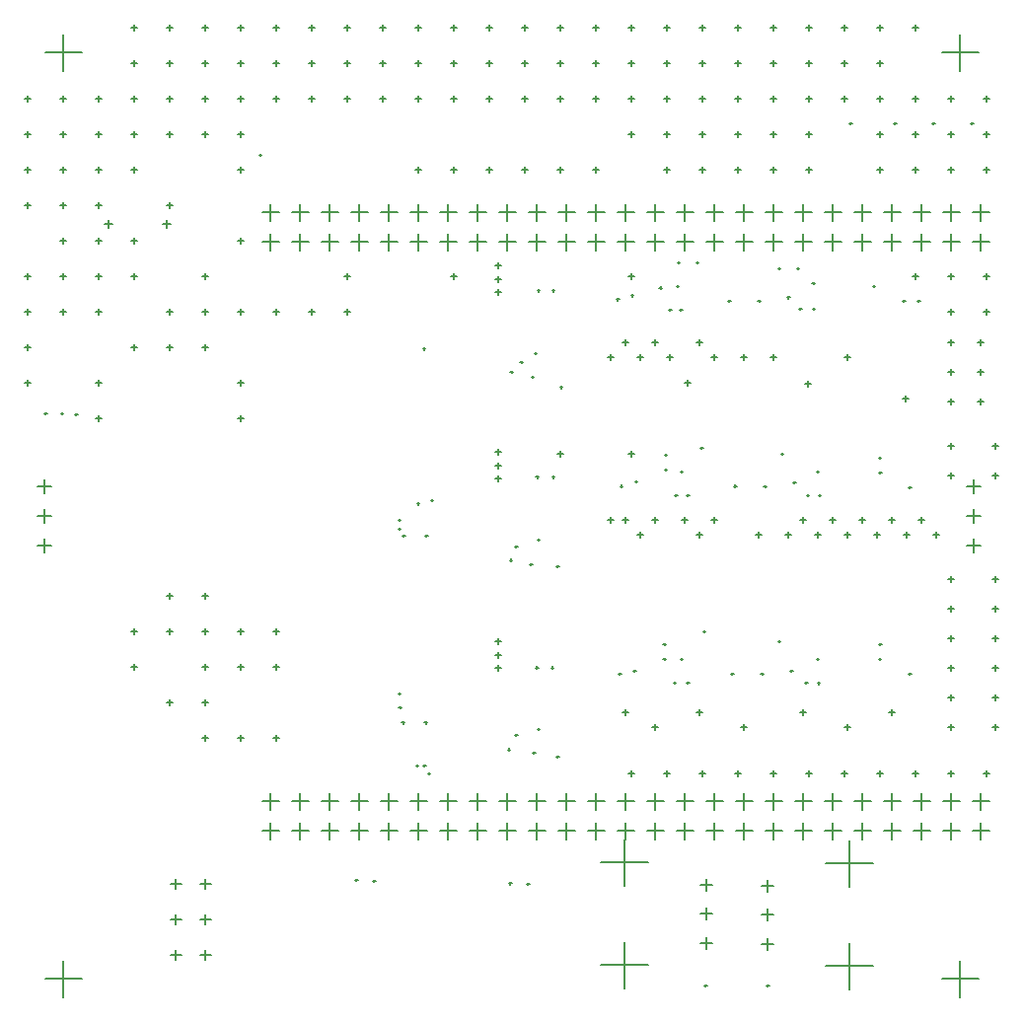
<source format=gbr>
G04*
G04 #@! TF.GenerationSoftware,Altium Limited,Altium Designer,23.6.0 (18)*
G04*
G04 Layer_Color=128*
%FSLAX25Y25*%
%MOIN*%
G70*
G04*
G04 #@! TF.SameCoordinates,4C77A988-F8BE-4A75-A6A8-83DB4AFB9164*
G04*
G04*
G04 #@! TF.FilePolarity,Positive*
G04*
G01*
G75*
%ADD16C,0.00500*%
D16*
X305138Y166500D02*
X309862D01*
X307500Y164138D02*
Y168862D01*
X305138Y156500D02*
X309862D01*
X307500Y154138D02*
Y158862D01*
X305138Y146500D02*
X309862D01*
X307500Y144138D02*
Y148862D01*
X-8862Y146500D02*
X-4138D01*
X-6500Y144138D02*
Y148862D01*
X-8862Y156500D02*
X-4138D01*
X-6500Y154138D02*
Y158862D01*
X-8862Y166500D02*
X-4138D01*
X-6500Y164138D02*
Y168862D01*
X36228Y8102D02*
X39772D01*
X38000Y6331D02*
Y9874D01*
X46228Y8102D02*
X49772D01*
X48000Y6331D02*
Y9874D01*
X36228Y32102D02*
X39772D01*
X38000Y30331D02*
Y33874D01*
X46228Y32102D02*
X49772D01*
X48000Y30331D02*
Y33874D01*
X36228Y20102D02*
X39772D01*
X38000Y18331D02*
Y21874D01*
X46228Y20102D02*
X49772D01*
X48000Y18331D02*
Y21874D01*
X13878Y255000D02*
X16437D01*
X15157Y253720D02*
Y256279D01*
X33563Y255000D02*
X36122D01*
X34843Y253720D02*
Y256279D01*
X235972Y11835D02*
X239909D01*
X237941Y9866D02*
Y13803D01*
X235972Y21677D02*
X239909D01*
X237941Y19709D02*
Y23646D01*
X235972Y31520D02*
X239909D01*
X237941Y29551D02*
Y33488D01*
X257626Y4354D02*
X273374D01*
X265500Y-3520D02*
Y12228D01*
X257626Y39000D02*
X273374D01*
X265500Y31126D02*
Y46874D01*
X215091Y31842D02*
X219028D01*
X217059Y29874D02*
Y33811D01*
X215091Y22000D02*
X219028D01*
X217059Y20031D02*
Y23968D01*
X215091Y12157D02*
X219028D01*
X217059Y10189D02*
Y14126D01*
X181626Y39323D02*
X197374D01*
X189500Y31449D02*
Y47197D01*
X181626Y4677D02*
X197374D01*
X189500Y-3197D02*
Y12551D01*
X296898Y0D02*
X309102D01*
X303000Y-6102D02*
Y6102D01*
X-6102Y0D02*
X6102D01*
X0Y-6102D02*
Y6102D01*
X296898Y313000D02*
X309102D01*
X303000Y306898D02*
Y319102D01*
X67250Y60000D02*
X72750D01*
X70000Y57250D02*
Y62750D01*
X67250Y50000D02*
X72750D01*
X70000Y47250D02*
Y52750D01*
X77250Y60000D02*
X82750D01*
X80000Y57250D02*
Y62750D01*
X77250Y50000D02*
X82750D01*
X80000Y47250D02*
Y52750D01*
X87250Y60000D02*
X92750D01*
X90000Y57250D02*
Y62750D01*
X87250Y50000D02*
X92750D01*
X90000Y47250D02*
Y52750D01*
X97250Y60000D02*
X102750D01*
X100000Y57250D02*
Y62750D01*
X97250Y50000D02*
X102750D01*
X100000Y47250D02*
Y52750D01*
X107250Y60000D02*
X112750D01*
X110000Y57250D02*
Y62750D01*
X107250Y50000D02*
X112750D01*
X110000Y47250D02*
Y52750D01*
X117250Y60000D02*
X122750D01*
X120000Y57250D02*
Y62750D01*
X117250Y50000D02*
X122750D01*
X120000Y47250D02*
Y52750D01*
X127250Y60000D02*
X132750D01*
X130000Y57250D02*
Y62750D01*
X127250Y50000D02*
X132750D01*
X130000Y47250D02*
Y52750D01*
X137250Y60000D02*
X142750D01*
X140000Y57250D02*
Y62750D01*
X137250Y50000D02*
X142750D01*
X140000Y47250D02*
Y52750D01*
X147250Y60000D02*
X152750D01*
X150000Y57250D02*
Y62750D01*
X147250Y50000D02*
X152750D01*
X150000Y47250D02*
Y52750D01*
X157250Y60000D02*
X162750D01*
X160000Y57250D02*
Y62750D01*
X157250Y50000D02*
X162750D01*
X160000Y47250D02*
Y52750D01*
X167250Y60000D02*
X172750D01*
X170000Y57250D02*
Y62750D01*
X167250Y50000D02*
X172750D01*
X170000Y47250D02*
Y52750D01*
X177250Y60000D02*
X182750D01*
X180000Y57250D02*
Y62750D01*
X177250Y50000D02*
X182750D01*
X180000Y47250D02*
Y52750D01*
X187250Y60000D02*
X192750D01*
X190000Y57250D02*
Y62750D01*
X187250Y50000D02*
X192750D01*
X190000Y47250D02*
Y52750D01*
X197250Y60000D02*
X202750D01*
X200000Y57250D02*
Y62750D01*
X197250Y50000D02*
X202750D01*
X200000Y47250D02*
Y52750D01*
X207250Y60000D02*
X212750D01*
X210000Y57250D02*
Y62750D01*
X207250Y50000D02*
X212750D01*
X210000Y47250D02*
Y52750D01*
X217250Y60000D02*
X222750D01*
X220000Y57250D02*
Y62750D01*
X217250Y50000D02*
X222750D01*
X220000Y47250D02*
Y52750D01*
X227250Y60000D02*
X232750D01*
X230000Y57250D02*
Y62750D01*
X227250Y50000D02*
X232750D01*
X230000Y47250D02*
Y52750D01*
X237250Y60000D02*
X242750D01*
X240000Y57250D02*
Y62750D01*
X237250Y50000D02*
X242750D01*
X240000Y47250D02*
Y52750D01*
X247250Y60000D02*
X252750D01*
X250000Y57250D02*
Y62750D01*
X247250Y50000D02*
X252750D01*
X250000Y47250D02*
Y52750D01*
X257250Y60000D02*
X262750D01*
X260000Y57250D02*
Y62750D01*
X257250Y50000D02*
X262750D01*
X260000Y47250D02*
Y52750D01*
X267250Y60000D02*
X272750D01*
X270000Y57250D02*
Y62750D01*
X267250Y50000D02*
X272750D01*
X270000Y47250D02*
Y52750D01*
X277250Y60000D02*
X282750D01*
X280000Y57250D02*
Y62750D01*
X277250Y50000D02*
X282750D01*
X280000Y47250D02*
Y52750D01*
X287250Y60000D02*
X292750D01*
X290000Y57250D02*
Y62750D01*
X287250Y50000D02*
X292750D01*
X290000Y47250D02*
Y52750D01*
X297250Y60000D02*
X302750D01*
X300000Y57250D02*
Y62750D01*
X297250Y50000D02*
X302750D01*
X300000Y47250D02*
Y52750D01*
X307250Y60000D02*
X312750D01*
X310000Y57250D02*
Y62750D01*
X307250Y50000D02*
X312750D01*
X310000Y47250D02*
Y52750D01*
X207250Y258968D02*
X212750D01*
X210000Y256219D02*
Y261719D01*
X187250Y248969D02*
X192750D01*
X190000Y246218D02*
Y251718D01*
X197250Y248969D02*
X202750D01*
X200000Y246218D02*
Y251718D01*
X237250Y258968D02*
X242750D01*
X240000Y256219D02*
Y261719D01*
X227250Y248969D02*
X232750D01*
X230000Y246218D02*
Y251718D01*
X207250Y248969D02*
X212750D01*
X210000Y246218D02*
Y251718D01*
X177250Y258968D02*
X182750D01*
X180000Y256219D02*
Y261719D01*
X237250Y248969D02*
X242750D01*
X240000Y246218D02*
Y251718D01*
X217250Y248969D02*
X222750D01*
X220000Y246218D02*
Y251718D01*
X247250Y248969D02*
X252750D01*
X250000Y246218D02*
Y251718D01*
X267250Y248969D02*
X272750D01*
X270000Y246218D02*
Y251718D01*
X277250Y258968D02*
X282750D01*
X280000Y256219D02*
Y261719D01*
X277250Y248969D02*
X282750D01*
X280000Y246218D02*
Y251718D01*
X287250Y258968D02*
X292750D01*
X290000Y256219D02*
Y261719D01*
X287250Y248969D02*
X292750D01*
X290000Y246218D02*
Y251718D01*
X297250Y258968D02*
X302750D01*
X300000Y256219D02*
Y261719D01*
X297250Y248969D02*
X302750D01*
X300000Y246218D02*
Y251718D01*
X307250Y248969D02*
X312750D01*
X310000Y246218D02*
Y251718D01*
X257250Y258968D02*
X262750D01*
X260000Y256219D02*
Y261719D01*
X247250Y258968D02*
X252750D01*
X250000Y256219D02*
Y261719D01*
X257250Y248969D02*
X262750D01*
X260000Y246218D02*
Y251718D01*
X267250Y258968D02*
X272750D01*
X270000Y256219D02*
Y261719D01*
X307250Y258968D02*
X312750D01*
X310000Y256219D02*
Y261719D01*
X167250Y258968D02*
X172750D01*
X170000Y256219D02*
Y261719D01*
X227250Y258968D02*
X232750D01*
X230000Y256219D02*
Y261719D01*
X217250Y258968D02*
X222750D01*
X220000Y256219D02*
Y261719D01*
X197250Y258968D02*
X202750D01*
X200000Y256219D02*
Y261719D01*
X187250Y258968D02*
X192750D01*
X190000Y256219D02*
Y261719D01*
X177250Y248969D02*
X182750D01*
X180000Y246218D02*
Y251718D01*
X167250Y248969D02*
X172750D01*
X170000Y246218D02*
Y251718D01*
X147250Y258968D02*
X152750D01*
X150000Y256219D02*
Y261719D01*
X157250Y248969D02*
X162750D01*
X160000Y246218D02*
Y251718D01*
X137250Y248969D02*
X142750D01*
X140000Y246218D02*
Y251718D01*
X157250Y258968D02*
X162750D01*
X160000Y256219D02*
Y261719D01*
X147250Y248969D02*
X152750D01*
X150000Y246218D02*
Y251718D01*
X137250Y258968D02*
X142750D01*
X140000Y256219D02*
Y261719D01*
X127250Y258968D02*
X132750D01*
X130000Y256219D02*
Y261719D01*
X67250Y258968D02*
X72750D01*
X70000Y256219D02*
Y261719D01*
X77250Y258968D02*
X82750D01*
X80000Y256219D02*
Y261719D01*
X87250Y258968D02*
X92750D01*
X90000Y256219D02*
Y261719D01*
X87250Y248969D02*
X92750D01*
X90000Y246218D02*
Y251718D01*
X97250Y258968D02*
X102750D01*
X100000Y256219D02*
Y261719D01*
X107250Y258968D02*
X112750D01*
X110000Y256219D02*
Y261719D01*
X107250Y248969D02*
X112750D01*
X110000Y246218D02*
Y251718D01*
X117250Y248969D02*
X122750D01*
X120000Y246218D02*
Y251718D01*
X97250Y248969D02*
X102750D01*
X100000Y246218D02*
Y251718D01*
X127250Y248969D02*
X132750D01*
X130000Y246218D02*
Y251718D01*
X77250Y248969D02*
X82750D01*
X80000Y246218D02*
Y251718D01*
X67250Y248969D02*
X72750D01*
X70000Y246218D02*
Y251718D01*
X117250Y258968D02*
X122750D01*
X120000Y256219D02*
Y261719D01*
X-6102Y313000D02*
X6102D01*
X0Y306898D02*
Y319102D01*
X184000Y155000D02*
X186000D01*
X185000Y154000D02*
Y156000D01*
X189000Y90000D02*
X191000D01*
X190000Y89000D02*
Y91000D01*
X199000Y85000D02*
X201000D01*
X200000Y84000D02*
Y86000D01*
X214000Y90000D02*
X216000D01*
X215000Y89000D02*
Y91000D01*
X229000Y85000D02*
X231000D01*
X230000Y84000D02*
Y86000D01*
X249000Y90000D02*
X251000D01*
X250000Y89000D02*
Y91000D01*
X264000Y85000D02*
X266000D01*
X265000Y84000D02*
Y86000D01*
X279000Y90000D02*
X281000D01*
X280000Y89000D02*
Y91000D01*
X299000Y85000D02*
X301000D01*
X300000Y84000D02*
Y86000D01*
X314000Y85000D02*
X316000D01*
X315000Y84000D02*
Y86000D01*
X299000Y95000D02*
X301000D01*
X300000Y94000D02*
Y96000D01*
X314000Y95000D02*
X316000D01*
X315000Y94000D02*
Y96000D01*
X314000Y105000D02*
X316000D01*
X315000Y104000D02*
Y106000D01*
X299000Y105000D02*
X301000D01*
X300000Y104000D02*
Y106000D01*
X299000Y115000D02*
X301000D01*
X300000Y114000D02*
Y116000D01*
X314000Y115000D02*
X316000D01*
X315000Y114000D02*
Y116000D01*
X314000Y125000D02*
X316000D01*
X315000Y124000D02*
Y126000D01*
X299000Y125000D02*
X301000D01*
X300000Y124000D02*
Y126000D01*
X299000Y135000D02*
X301000D01*
X300000Y134000D02*
Y136000D01*
X314000Y135000D02*
X316000D01*
X315000Y134000D02*
Y136000D01*
X294000Y150000D02*
X296000D01*
X295000Y149000D02*
Y151000D01*
X289000Y155000D02*
X291000D01*
X290000Y154000D02*
Y156000D01*
X249000Y155000D02*
X251000D01*
X250000Y154000D02*
Y156000D01*
X259000Y155000D02*
X261000D01*
X260000Y154000D02*
Y156000D01*
X269000Y155000D02*
X271000D01*
X270000Y154000D02*
Y156000D01*
X279000Y155000D02*
X281000D01*
X280000Y154000D02*
Y156000D01*
X284000Y150000D02*
X286000D01*
X285000Y149000D02*
Y151000D01*
X274000Y150000D02*
X276000D01*
X275000Y149000D02*
Y151000D01*
X264000Y150000D02*
X266000D01*
X265000Y149000D02*
Y151000D01*
X254000Y150000D02*
X256000D01*
X255000Y149000D02*
Y151000D01*
X244000Y150000D02*
X246000D01*
X245000Y149000D02*
Y151000D01*
X194000Y150000D02*
X196000D01*
X195000Y149000D02*
Y151000D01*
X214000Y150000D02*
X216000D01*
X215000Y149000D02*
Y151000D01*
X234000Y150000D02*
X236000D01*
X235000Y149000D02*
Y151000D01*
X219000Y155000D02*
X221000D01*
X220000Y154000D02*
Y156000D01*
X209000Y155000D02*
X211000D01*
X210000Y154000D02*
Y156000D01*
X199000Y155000D02*
X201000D01*
X200000Y154000D02*
Y156000D01*
X189000Y155000D02*
X191000D01*
X190000Y154000D02*
Y156000D01*
X314000Y180000D02*
X316000D01*
X315000Y179000D02*
Y181000D01*
X299000Y180000D02*
X301000D01*
X300000Y179000D02*
Y181000D01*
X299000Y170000D02*
X301000D01*
X300000Y169000D02*
Y171000D01*
X314000Y170000D02*
X316000D01*
X315000Y169000D02*
Y171000D01*
X214000Y215000D02*
X216000D01*
X215000Y214000D02*
Y216000D01*
X199000Y215000D02*
X201000D01*
X200000Y214000D02*
Y216000D01*
X189000Y215000D02*
X191000D01*
X190000Y214000D02*
Y216000D01*
X184000Y210000D02*
X186000D01*
X185000Y209000D02*
Y211000D01*
X194000Y210000D02*
X196000D01*
X195000Y209000D02*
Y211000D01*
X204000Y210000D02*
X206000D01*
X205000Y209000D02*
Y211000D01*
X219000Y210000D02*
X221000D01*
X220000Y209000D02*
Y211000D01*
X229000Y210000D02*
X231000D01*
X230000Y209000D02*
Y211000D01*
X239000Y210000D02*
X241000D01*
X240000Y209000D02*
Y211000D01*
X264000Y210000D02*
X266000D01*
X265000Y209000D02*
Y211000D01*
X309000Y195000D02*
X311000D01*
X310000Y194000D02*
Y196000D01*
X299000Y195000D02*
X301000D01*
X300000Y194000D02*
Y196000D01*
X299000Y205000D02*
X301000D01*
X300000Y204000D02*
Y206000D01*
X299000Y215000D02*
X301000D01*
X300000Y214000D02*
Y216000D01*
X309000Y205000D02*
X311000D01*
X310000Y204000D02*
Y206000D01*
X309000Y215000D02*
X311000D01*
X310000Y214000D02*
Y216000D01*
X311000Y297500D02*
X313000D01*
X312000Y296500D02*
Y298500D01*
X311000Y285500D02*
X313000D01*
X312000Y284500D02*
Y286500D01*
X311000Y273500D02*
X313000D01*
X312000Y272500D02*
Y274500D01*
X311000Y237500D02*
X313000D01*
X312000Y236500D02*
Y238500D01*
X311000Y225500D02*
X313000D01*
X312000Y224500D02*
Y226500D01*
X311000Y69500D02*
X313000D01*
X312000Y68500D02*
Y70500D01*
X299000Y297500D02*
X301000D01*
X300000Y296500D02*
Y298500D01*
X299000Y285500D02*
X301000D01*
X300000Y284500D02*
Y286500D01*
X299000Y273500D02*
X301000D01*
X300000Y272500D02*
Y274500D01*
X299000Y237500D02*
X301000D01*
X300000Y236500D02*
Y238500D01*
X299000Y225500D02*
X301000D01*
X300000Y224500D02*
Y226500D01*
X299000Y69500D02*
X301000D01*
X300000Y68500D02*
Y70500D01*
X287000Y321500D02*
X289000D01*
X288000Y320500D02*
Y322500D01*
X287000Y297500D02*
X289000D01*
X288000Y296500D02*
Y298500D01*
X287000Y285500D02*
X289000D01*
X288000Y284500D02*
Y286500D01*
X287000Y273500D02*
X289000D01*
X288000Y272500D02*
Y274500D01*
X287000Y237500D02*
X289000D01*
X288000Y236500D02*
Y238500D01*
X287000Y69500D02*
X289000D01*
X288000Y68500D02*
Y70500D01*
X275000Y321500D02*
X277000D01*
X276000Y320500D02*
Y322500D01*
X275000Y309500D02*
X277000D01*
X276000Y308500D02*
Y310500D01*
X275000Y297500D02*
X277000D01*
X276000Y296500D02*
Y298500D01*
X275000Y285500D02*
X277000D01*
X276000Y284500D02*
Y286500D01*
X275000Y273500D02*
X277000D01*
X276000Y272500D02*
Y274500D01*
X275000Y69500D02*
X277000D01*
X276000Y68500D02*
Y70500D01*
X263000Y321500D02*
X265000D01*
X264000Y320500D02*
Y322500D01*
X263000Y309500D02*
X265000D01*
X264000Y308500D02*
Y310500D01*
X263000Y297500D02*
X265000D01*
X264000Y296500D02*
Y298500D01*
X263000Y69500D02*
X265000D01*
X264000Y68500D02*
Y70500D01*
X251000Y321500D02*
X253000D01*
X252000Y320500D02*
Y322500D01*
X251000Y309500D02*
X253000D01*
X252000Y308500D02*
Y310500D01*
X251000Y297500D02*
X253000D01*
X252000Y296500D02*
Y298500D01*
X251000Y285500D02*
X253000D01*
X252000Y284500D02*
Y286500D01*
X251000Y273500D02*
X253000D01*
X252000Y272500D02*
Y274500D01*
X251000Y69500D02*
X253000D01*
X252000Y68500D02*
Y70500D01*
X239000Y321500D02*
X241000D01*
X240000Y320500D02*
Y322500D01*
X239000Y309500D02*
X241000D01*
X240000Y308500D02*
Y310500D01*
X239000Y297500D02*
X241000D01*
X240000Y296500D02*
Y298500D01*
X239000Y285500D02*
X241000D01*
X240000Y284500D02*
Y286500D01*
X239000Y273500D02*
X241000D01*
X240000Y272500D02*
Y274500D01*
X239000Y69500D02*
X241000D01*
X240000Y68500D02*
Y70500D01*
X227000Y321500D02*
X229000D01*
X228000Y320500D02*
Y322500D01*
X227000Y309500D02*
X229000D01*
X228000Y308500D02*
Y310500D01*
X227000Y297500D02*
X229000D01*
X228000Y296500D02*
Y298500D01*
X227000Y285500D02*
X229000D01*
X228000Y284500D02*
Y286500D01*
X227000Y273500D02*
X229000D01*
X228000Y272500D02*
Y274500D01*
X227000Y69500D02*
X229000D01*
X228000Y68500D02*
Y70500D01*
X215000Y321500D02*
X217000D01*
X216000Y320500D02*
Y322500D01*
X215000Y309500D02*
X217000D01*
X216000Y308500D02*
Y310500D01*
X215000Y297500D02*
X217000D01*
X216000Y296500D02*
Y298500D01*
X215000Y285500D02*
X217000D01*
X216000Y284500D02*
Y286500D01*
X215000Y273500D02*
X217000D01*
X216000Y272500D02*
Y274500D01*
X215000Y69500D02*
X217000D01*
X216000Y68500D02*
Y70500D01*
X203000Y321500D02*
X205000D01*
X204000Y320500D02*
Y322500D01*
X203000Y309500D02*
X205000D01*
X204000Y308500D02*
Y310500D01*
X203000Y297500D02*
X205000D01*
X204000Y296500D02*
Y298500D01*
X203000Y285500D02*
X205000D01*
X204000Y284500D02*
Y286500D01*
X203000Y273500D02*
X205000D01*
X204000Y272500D02*
Y274500D01*
X203000Y69500D02*
X205000D01*
X204000Y68500D02*
Y70500D01*
X191000Y321500D02*
X193000D01*
X192000Y320500D02*
Y322500D01*
X191000Y309500D02*
X193000D01*
X192000Y308500D02*
Y310500D01*
X191000Y297500D02*
X193000D01*
X192000Y296500D02*
Y298500D01*
X191000Y285500D02*
X193000D01*
X192000Y284500D02*
Y286500D01*
X191000Y237500D02*
X193000D01*
X192000Y236500D02*
Y238500D01*
X191000Y177500D02*
X193000D01*
X192000Y176500D02*
Y178500D01*
X191000Y69500D02*
X193000D01*
X192000Y68500D02*
Y70500D01*
X179000Y321500D02*
X181000D01*
X180000Y320500D02*
Y322500D01*
X179000Y309500D02*
X181000D01*
X180000Y308500D02*
Y310500D01*
X179000Y297500D02*
X181000D01*
X180000Y296500D02*
Y298500D01*
X179000Y273500D02*
X181000D01*
X180000Y272500D02*
Y274500D01*
X167000Y321500D02*
X169000D01*
X168000Y320500D02*
Y322500D01*
X167000Y309500D02*
X169000D01*
X168000Y308500D02*
Y310500D01*
X167000Y297500D02*
X169000D01*
X168000Y296500D02*
Y298500D01*
X167000Y273500D02*
X169000D01*
X168000Y272500D02*
Y274500D01*
X167000Y177500D02*
X169000D01*
X168000Y176500D02*
Y178500D01*
X155000Y321500D02*
X157000D01*
X156000Y320500D02*
Y322500D01*
X155000Y309500D02*
X157000D01*
X156000Y308500D02*
Y310500D01*
X155000Y297500D02*
X157000D01*
X156000Y296500D02*
Y298500D01*
X155000Y273500D02*
X157000D01*
X156000Y272500D02*
Y274500D01*
X143000Y321500D02*
X145000D01*
X144000Y320500D02*
Y322500D01*
X143000Y309500D02*
X145000D01*
X144000Y308500D02*
Y310500D01*
X143000Y297500D02*
X145000D01*
X144000Y296500D02*
Y298500D01*
X143000Y273500D02*
X145000D01*
X144000Y272500D02*
Y274500D01*
X131000Y321500D02*
X133000D01*
X132000Y320500D02*
Y322500D01*
X131000Y309500D02*
X133000D01*
X132000Y308500D02*
Y310500D01*
X131000Y297500D02*
X133000D01*
X132000Y296500D02*
Y298500D01*
X131000Y273500D02*
X133000D01*
X132000Y272500D02*
Y274500D01*
X131000Y237500D02*
X133000D01*
X132000Y236500D02*
Y238500D01*
X119000Y321500D02*
X121000D01*
X120000Y320500D02*
Y322500D01*
X119000Y309500D02*
X121000D01*
X120000Y308500D02*
Y310500D01*
X119000Y297500D02*
X121000D01*
X120000Y296500D02*
Y298500D01*
X119000Y273500D02*
X121000D01*
X120000Y272500D02*
Y274500D01*
X107000Y321500D02*
X109000D01*
X108000Y320500D02*
Y322500D01*
X107000Y309500D02*
X109000D01*
X108000Y308500D02*
Y310500D01*
X107000Y297500D02*
X109000D01*
X108000Y296500D02*
Y298500D01*
X95000Y321500D02*
X97000D01*
X96000Y320500D02*
Y322500D01*
X95000Y309500D02*
X97000D01*
X96000Y308500D02*
Y310500D01*
X95000Y297500D02*
X97000D01*
X96000Y296500D02*
Y298500D01*
X95000Y237500D02*
X97000D01*
X96000Y236500D02*
Y238500D01*
X95000Y225500D02*
X97000D01*
X96000Y224500D02*
Y226500D01*
X83000Y321500D02*
X85000D01*
X84000Y320500D02*
Y322500D01*
X83000Y309500D02*
X85000D01*
X84000Y308500D02*
Y310500D01*
X83000Y297500D02*
X85000D01*
X84000Y296500D02*
Y298500D01*
X83000Y225500D02*
X85000D01*
X84000Y224500D02*
Y226500D01*
X71000Y321500D02*
X73000D01*
X72000Y320500D02*
Y322500D01*
X71000Y309500D02*
X73000D01*
X72000Y308500D02*
Y310500D01*
X71000Y297500D02*
X73000D01*
X72000Y296500D02*
Y298500D01*
X71000Y225500D02*
X73000D01*
X72000Y224500D02*
Y226500D01*
X71000Y117500D02*
X73000D01*
X72000Y116500D02*
Y118500D01*
X71000Y105500D02*
X73000D01*
X72000Y104500D02*
Y106500D01*
X71000Y81500D02*
X73000D01*
X72000Y80500D02*
Y82500D01*
X59000Y321500D02*
X61000D01*
X60000Y320500D02*
Y322500D01*
X59000Y309500D02*
X61000D01*
X60000Y308500D02*
Y310500D01*
X59000Y297500D02*
X61000D01*
X60000Y296500D02*
Y298500D01*
X59000Y285500D02*
X61000D01*
X60000Y284500D02*
Y286500D01*
X59000Y273500D02*
X61000D01*
X60000Y272500D02*
Y274500D01*
X59000Y249500D02*
X61000D01*
X60000Y248500D02*
Y250500D01*
X59000Y225500D02*
X61000D01*
X60000Y224500D02*
Y226500D01*
X59000Y201500D02*
X61000D01*
X60000Y200500D02*
Y202500D01*
X59000Y189500D02*
X61000D01*
X60000Y188500D02*
Y190500D01*
X59000Y117500D02*
X61000D01*
X60000Y116500D02*
Y118500D01*
X59000Y105500D02*
X61000D01*
X60000Y104500D02*
Y106500D01*
X59000Y81500D02*
X61000D01*
X60000Y80500D02*
Y82500D01*
X47000Y321500D02*
X49000D01*
X48000Y320500D02*
Y322500D01*
X47000Y309500D02*
X49000D01*
X48000Y308500D02*
Y310500D01*
X47000Y297500D02*
X49000D01*
X48000Y296500D02*
Y298500D01*
X47000Y285500D02*
X49000D01*
X48000Y284500D02*
Y286500D01*
X47000Y237500D02*
X49000D01*
X48000Y236500D02*
Y238500D01*
X47000Y225500D02*
X49000D01*
X48000Y224500D02*
Y226500D01*
X47000Y213500D02*
X49000D01*
X48000Y212500D02*
Y214500D01*
X47000Y129500D02*
X49000D01*
X48000Y128500D02*
Y130500D01*
X47000Y117500D02*
X49000D01*
X48000Y116500D02*
Y118500D01*
X47000Y105500D02*
X49000D01*
X48000Y104500D02*
Y106500D01*
X47000Y93500D02*
X49000D01*
X48000Y92500D02*
Y94500D01*
X47000Y81500D02*
X49000D01*
X48000Y80500D02*
Y82500D01*
X35000Y321500D02*
X37000D01*
X36000Y320500D02*
Y322500D01*
X35000Y309500D02*
X37000D01*
X36000Y308500D02*
Y310500D01*
X35000Y297500D02*
X37000D01*
X36000Y296500D02*
Y298500D01*
X35000Y285500D02*
X37000D01*
X36000Y284500D02*
Y286500D01*
X35000Y261500D02*
X37000D01*
X36000Y260500D02*
Y262500D01*
X35000Y225500D02*
X37000D01*
X36000Y224500D02*
Y226500D01*
X35000Y213500D02*
X37000D01*
X36000Y212500D02*
Y214500D01*
X35000Y129500D02*
X37000D01*
X36000Y128500D02*
Y130500D01*
X35000Y117500D02*
X37000D01*
X36000Y116500D02*
Y118500D01*
X35000Y93500D02*
X37000D01*
X36000Y92500D02*
Y94500D01*
X23000Y321500D02*
X25000D01*
X24000Y320500D02*
Y322500D01*
X23000Y309500D02*
X25000D01*
X24000Y308500D02*
Y310500D01*
X23000Y297500D02*
X25000D01*
X24000Y296500D02*
Y298500D01*
X23000Y285500D02*
X25000D01*
X24000Y284500D02*
Y286500D01*
X23000Y273500D02*
X25000D01*
X24000Y272500D02*
Y274500D01*
X23000Y249500D02*
X25000D01*
X24000Y248500D02*
Y250500D01*
X23000Y237500D02*
X25000D01*
X24000Y236500D02*
Y238500D01*
X23000Y213500D02*
X25000D01*
X24000Y212500D02*
Y214500D01*
X23000Y117500D02*
X25000D01*
X24000Y116500D02*
Y118500D01*
X23000Y105500D02*
X25000D01*
X24000Y104500D02*
Y106500D01*
X11000Y297500D02*
X13000D01*
X12000Y296500D02*
Y298500D01*
X11000Y285500D02*
X13000D01*
X12000Y284500D02*
Y286500D01*
X11000Y273500D02*
X13000D01*
X12000Y272500D02*
Y274500D01*
X11000Y261500D02*
X13000D01*
X12000Y260500D02*
Y262500D01*
X11000Y249500D02*
X13000D01*
X12000Y248500D02*
Y250500D01*
X11000Y237500D02*
X13000D01*
X12000Y236500D02*
Y238500D01*
X11000Y225500D02*
X13000D01*
X12000Y224500D02*
Y226500D01*
X11000Y201500D02*
X13000D01*
X12000Y200500D02*
Y202500D01*
X11000Y189500D02*
X13000D01*
X12000Y188500D02*
Y190500D01*
X-1000Y297500D02*
X1000D01*
X0Y296500D02*
Y298500D01*
X-1000Y285500D02*
X1000D01*
X0Y284500D02*
Y286500D01*
X-1000Y273500D02*
X1000D01*
X0Y272500D02*
Y274500D01*
X-1000Y261500D02*
X1000D01*
X0Y260500D02*
Y262500D01*
X-1000Y249500D02*
X1000D01*
X0Y248500D02*
Y250500D01*
X-1000Y237500D02*
X1000D01*
X0Y236500D02*
Y238500D01*
X-1000Y225500D02*
X1000D01*
X0Y224500D02*
Y226500D01*
X-13000Y297500D02*
X-11000D01*
X-12000Y296500D02*
Y298500D01*
X-13000Y285500D02*
X-11000D01*
X-12000Y284500D02*
Y286500D01*
X-13000Y273500D02*
X-11000D01*
X-12000Y272500D02*
Y274500D01*
X-13000Y261500D02*
X-11000D01*
X-12000Y260500D02*
Y262500D01*
X-13000Y237500D02*
X-11000D01*
X-12000Y236500D02*
Y238500D01*
X-13000Y225500D02*
X-11000D01*
X-12000Y224500D02*
Y226500D01*
X-13000Y213500D02*
X-11000D01*
X-12000Y212500D02*
Y214500D01*
X-13000Y201500D02*
X-11000D01*
X-12000Y200500D02*
Y202500D01*
X119378Y160600D02*
X120178D01*
X119779Y160200D02*
Y161000D01*
X166600Y75000D02*
X167400D01*
X167000Y74600D02*
Y75400D01*
X113061Y152087D02*
X113861D01*
X113461Y151687D02*
Y152487D01*
X113100Y155000D02*
X113900D01*
X113500Y154600D02*
Y155400D01*
X124092Y161816D02*
X124892D01*
X124492Y161416D02*
Y162216D01*
X165125Y169587D02*
X165925D01*
X165525Y169187D02*
Y169987D01*
X146000Y232000D02*
X148000D01*
X147000Y231000D02*
Y233000D01*
X146000Y236500D02*
X148000D01*
X147000Y235500D02*
Y237500D01*
X146000Y241000D02*
X148000D01*
X147000Y240000D02*
Y242000D01*
X193100Y168035D02*
X193900D01*
X193500Y167635D02*
Y168435D01*
X216093Y117343D02*
X216893D01*
X216493Y116944D02*
Y117744D01*
X146000Y178000D02*
X148000D01*
X147000Y177000D02*
Y179000D01*
X215250Y179500D02*
X216050D01*
X215650Y179100D02*
Y179900D01*
X122259Y149778D02*
X123059D01*
X122660Y149379D02*
Y150179D01*
X121952Y86633D02*
X122752D01*
X122352Y86233D02*
Y87033D01*
X114317Y86642D02*
X115117D01*
X114717Y86242D02*
Y87042D01*
X121502Y212936D02*
X122302D01*
X121902Y212536D02*
Y213336D01*
X146000Y114000D02*
X148000D01*
X147000Y113000D02*
Y115000D01*
X160125Y232587D02*
X160925D01*
X160525Y232187D02*
Y232987D01*
X150103Y77583D02*
X150903D01*
X150503Y77183D02*
Y77983D01*
X241450Y114000D02*
X242250D01*
X241850Y113600D02*
Y114400D01*
X186901Y229589D02*
X187701D01*
X187301Y229188D02*
Y229989D01*
X114568Y149735D02*
X115368D01*
X114968Y149335D02*
Y150135D01*
X113283Y91817D02*
X114083D01*
X113683Y91417D02*
Y92217D01*
X113100Y96500D02*
X113900D01*
X113500Y96100D02*
Y96900D01*
X146000Y173500D02*
X148000D01*
X147000Y172500D02*
Y174500D01*
X146000Y169000D02*
X148000D01*
X147000Y168000D02*
Y170000D01*
X150776Y141537D02*
X151576D01*
X151176Y141137D02*
Y141937D01*
X150975Y205012D02*
X151775D01*
X151375Y204612D02*
Y205412D01*
X123100Y69500D02*
X123900D01*
X123500Y69100D02*
Y69900D01*
X158600Y76500D02*
X159400D01*
X159000Y76100D02*
Y76900D01*
X152600Y82500D02*
X153400D01*
X153000Y82100D02*
Y82900D01*
X285600Y103118D02*
X286400D01*
X286000Y102718D02*
Y103518D01*
X66100Y278500D02*
X66900D01*
X66500Y278100D02*
Y278900D01*
X121600Y72000D02*
X122400D01*
X122000Y71600D02*
Y72400D01*
X119100Y72000D02*
X119900D01*
X119500Y71600D02*
Y72400D01*
X160100Y84500D02*
X160900D01*
X160500Y84100D02*
Y84900D01*
X146000Y105000D02*
X148000D01*
X147000Y104000D02*
Y106000D01*
X250500Y201000D02*
X252500D01*
X251500Y200000D02*
Y202000D01*
X152600Y146000D02*
X153400D01*
X153000Y145600D02*
Y146400D01*
X157600Y140000D02*
X158400D01*
X158000Y139600D02*
Y140400D01*
X275600Y113000D02*
X276400D01*
X276000Y112600D02*
Y113400D01*
X202659Y113000D02*
X203459D01*
X203059Y112600D02*
Y113400D01*
X166600Y139500D02*
X167400D01*
X167000Y139100D02*
Y139900D01*
X158100Y203500D02*
X158900D01*
X158500Y203100D02*
Y203900D01*
X159100Y211500D02*
X159900D01*
X159500Y211100D02*
Y211900D01*
X146000Y109500D02*
X148000D01*
X147000Y108500D02*
Y110500D01*
X275541Y176000D02*
X276341D01*
X275941Y175600D02*
Y176400D01*
X203159Y177000D02*
X203959D01*
X203559Y176600D02*
Y177400D01*
X160100Y148500D02*
X160900D01*
X160500Y148100D02*
Y148900D01*
X154300Y208500D02*
X155100D01*
X154700Y208100D02*
Y208900D01*
X167841Y199937D02*
X168641D01*
X168241Y199537D02*
Y200337D01*
X283500Y196000D02*
X285500D01*
X284500Y195000D02*
Y197000D01*
X252950Y235000D02*
X253750D01*
X253350Y234600D02*
Y235400D01*
X248600Y226500D02*
X249400D01*
X249000Y226100D02*
Y226900D01*
X244600Y230299D02*
X245400D01*
X245000Y229899D02*
Y230699D01*
X210000Y201500D02*
X212000D01*
X211000Y200500D02*
Y202500D01*
X208269Y226028D02*
X209069D01*
X208669Y225628D02*
Y226428D01*
X207088Y234028D02*
X207888D01*
X207488Y233628D02*
Y234428D01*
X204600Y226000D02*
X205400D01*
X205000Y225600D02*
Y226400D01*
X275541Y108000D02*
X276341D01*
X275941Y107600D02*
Y108400D01*
X225600Y103059D02*
X226400D01*
X226000Y102659D02*
Y103459D01*
X235659Y103000D02*
X236459D01*
X236059Y102600D02*
Y103400D01*
X254729Y99949D02*
X255529D01*
X255129Y99549D02*
Y100349D01*
X250600Y100000D02*
X251400D01*
X251000Y99600D02*
Y100400D01*
X245600Y104150D02*
X246400D01*
X246000Y103750D02*
Y104550D01*
X254450Y108000D02*
X255250D01*
X254850Y107600D02*
Y108400D01*
X208450Y108000D02*
X209250D01*
X208850Y107600D02*
Y108400D01*
X210600Y100000D02*
X211400D01*
X211000Y99600D02*
Y100400D01*
X206100Y100000D02*
X206900D01*
X206500Y99600D02*
Y100400D01*
X202659Y108000D02*
X203459D01*
X203059Y107600D02*
Y108400D01*
X192600Y104150D02*
X193400D01*
X193000Y103750D02*
Y104550D01*
X187600Y103059D02*
X188400D01*
X188000Y102659D02*
Y103459D01*
X236659Y166500D02*
X237459D01*
X237059Y166100D02*
Y166900D01*
X188100Y166559D02*
X188900D01*
X188500Y166159D02*
Y166959D01*
X203159Y172000D02*
X203959D01*
X203559Y171600D02*
Y172400D01*
X206600Y163500D02*
X207400D01*
X207000Y163100D02*
Y163900D01*
X208450Y171500D02*
X209250D01*
X208850Y171100D02*
Y171900D01*
X210600Y163500D02*
X211400D01*
X211000Y163100D02*
Y163900D01*
X275600Y171000D02*
X276400D01*
X276000Y170600D02*
Y171400D01*
X285600Y166059D02*
X286400D01*
X286000Y165659D02*
Y166459D01*
X226600Y166559D02*
X227400D01*
X227000Y166159D02*
Y166959D01*
X246600Y167799D02*
X247400D01*
X247000Y167399D02*
Y168199D01*
X242450Y177500D02*
X243250D01*
X242850Y177100D02*
Y177900D01*
X254450Y171500D02*
X255250D01*
X254850Y171100D02*
Y171900D01*
X251100Y163500D02*
X251900D01*
X251500Y163100D02*
Y163900D01*
X255100Y163500D02*
X255900D01*
X255500Y163100D02*
Y163900D01*
X273541Y234000D02*
X274341D01*
X273941Y233600D02*
Y234400D01*
X283600Y229059D02*
X284400D01*
X284000Y228659D02*
Y229459D01*
X288600Y229059D02*
X289400D01*
X289000Y228659D02*
Y229459D01*
X253100Y226500D02*
X253900D01*
X253500Y226100D02*
Y226900D01*
X213774Y242087D02*
X214574D01*
X214174Y241687D02*
Y242487D01*
X207467Y242079D02*
X208267D01*
X207867Y241679D02*
Y242479D01*
X247750Y240000D02*
X248550D01*
X248150Y239600D02*
Y240400D01*
X241450Y240000D02*
X242250D01*
X241850Y239600D02*
Y240400D01*
X191737Y230926D02*
X192537D01*
X192137Y230526D02*
Y231326D01*
X234659Y229000D02*
X235459D01*
X235059Y228600D02*
Y229400D01*
X224600Y229059D02*
X225400D01*
X225000Y228659D02*
Y229459D01*
X201296Y233528D02*
X202096D01*
X201696Y233128D02*
Y233928D01*
X165125Y232587D02*
X165925D01*
X165525Y232187D02*
Y232987D01*
X159565Y105223D02*
X160365D01*
X159965Y104823D02*
Y105623D01*
X164852Y105186D02*
X165652D01*
X165252Y104786D02*
Y105586D01*
X159625Y169587D02*
X160425D01*
X160025Y169187D02*
Y169987D01*
X306600Y289134D02*
X307400D01*
X307000Y288734D02*
Y289534D01*
X293600Y289134D02*
X294400D01*
X294000Y288734D02*
Y289534D01*
X280600Y289134D02*
X281400D01*
X281000Y288734D02*
Y289534D01*
X265600Y289134D02*
X266400D01*
X266000Y288734D02*
Y289534D01*
X3939Y190760D02*
X4739D01*
X4339Y190360D02*
Y191160D01*
X-6400Y191000D02*
X-5600D01*
X-6000Y190600D02*
Y191400D01*
X-900Y191000D02*
X-100D01*
X-500Y190600D02*
Y191400D01*
X216600Y-2150D02*
X217400D01*
X217000Y-2550D02*
Y-1750D01*
X237600Y-2150D02*
X238400D01*
X238000Y-2550D02*
Y-1750D01*
X150600Y32295D02*
X151400D01*
X151000Y31895D02*
Y32695D01*
X156600Y32000D02*
X157400D01*
X157000Y31600D02*
Y32400D01*
X104600Y33114D02*
X105400D01*
X105000Y32714D02*
Y33514D01*
X98600Y33409D02*
X99400D01*
X99000Y33009D02*
Y33809D01*
M02*

</source>
